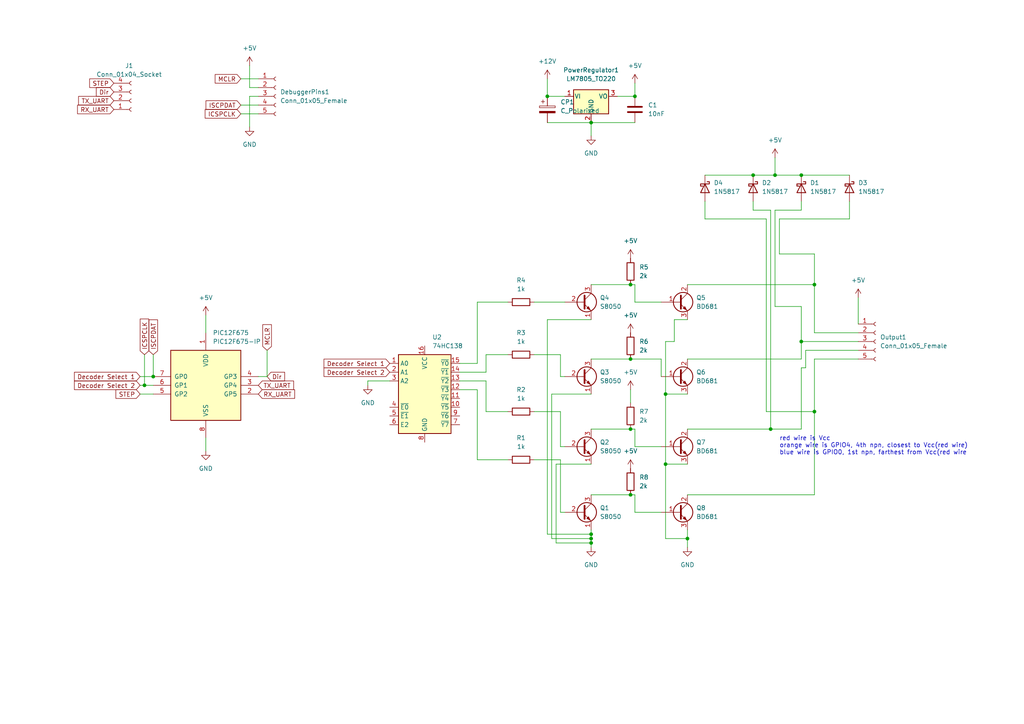
<source format=kicad_sch>
(kicad_sch (version 20230121) (generator eeschema)
  (paper "A4")
  (lib_symbols
    (symbol "74xx:74HC138"
      (property "Reference" "U" (at -7.62 13.97 0))
      (property "Value" "74HC138" (at 2.54 -11.43 0))
      (symbol "74HC138_0_1"
        (rectangle (start -7.62 12.7) (end 7.62 -10.16) (stroke (width 0.254)) (fill (type background)))
      )
      (symbol "74HC138_1_1"
        (pin input line (at -10.16 10.16 0) (length 2.54) (name "A0") (number "1"))
        (pin output line (at 10.16 -2.54 180) (length 2.54) (name "~{Y5}") (number "10"))
        (pin output line (at 10.16 0 180) (length 2.54) (name "~{Y4}") (number "11"))
        (pin output line (at 10.16 2.54 180) (length 2.54) (name "~{Y3}") (number "12"))
        (pin output line (at 10.16 5.08 180) (length 2.54) (name "~{Y2}") (number "13"))
        (pin output line (at 10.16 7.62 180) (length 2.54) (name "~{Y1}") (number "14"))
        (pin output line (at 10.16 10.16 180) (length 2.54) (name "~{Y0}") (number "15"))
        (pin power_in line (at 0 15.24 270) (length 2.54) (name "VCC") (number "16"))
        (pin input line (at -10.16 7.62 0) (length 2.54) (name "A1") (number "2"))
        (pin input line (at -10.16 5.08 0) (length 2.54) (name "A2") (number "3"))
        (pin input line (at -10.16 -2.54 0) (length 2.54) (name "~{E0}") (number "4"))
        (pin input line (at -10.16 -5.08 0) (length 2.54) (name "~{E1}") (number "5"))
        (pin input line (at -10.16 -7.62 0) (length 2.54) (name "E2") (number "6"))
        (pin output line (at 10.16 -7.62 180) (length 2.54) (name "~{Y7}") (number "7"))
        (pin power_in line (at 0 -12.7 90) (length 2.54) (name "GND") (number "8"))
        (pin output line (at 10.16 -5.08 180) (length 2.54) (name "~{Y6}") (number "9"))
      )
    )
    (symbol "Connector:Conn_01x04_Socket" (pin_names (offset 1.016) hide)
      (property "Reference" "J" (at 0 5.08 0))
      (property "Value" "Conn_01x04_Socket" (at 0 -7.62 0))
      (symbol "Conn_01x04_Socket_1_1"
        (arc (start 0 -4.572) (mid -0.5058 -5.08) (end 0 -5.588) (stroke (width 0.1524)))
        (arc (start 0 -2.032) (mid -0.5058 -2.54) (end 0 -3.048) (stroke (width 0.1524)))
        (polyline (pts (xy -1.27 -5.08) (xy -0.508 -5.08)) (stroke (width 0.1524)))
        (polyline (pts (xy -1.27 -2.54) (xy -0.508 -2.54)) (stroke (width 0.1524)))
        (polyline (pts (xy -1.27 0) (xy -0.508 0)) (stroke (width 0.1524)))
        (polyline (pts (xy -1.27 2.54) (xy -0.508 2.54)) (stroke (width 0.1524)))
        (arc (start 0 0.508) (mid -0.5058 0) (end 0 -0.508) (stroke (width 0.1524)))
        (arc (start 0 3.048) (mid -0.5058 2.54) (end 0 2.032) (stroke (width 0.1524)))
        (pin passive line (at -5.08 2.54 0) (length 3.81) (name "Pin_1") (number "1"))
        (pin passive line (at -5.08 0 0) (length 3.81) (name "Pin_2") (number "2"))
        (pin passive line (at -5.08 -2.54 0) (length 3.81) (name "Pin_3") (number "3"))
        (pin passive line (at -5.08 -5.08 0) (length 3.81) (name "Pin_4") (number "4"))
      )
    )
    (symbol "Connector:Conn_01x05_Female" (pin_names (offset 1.016) hide)
      (property "Reference" "J" (at 0 7.62 0))
      (property "Value" "Conn_01x05_Female" (at 0 -7.62 0))
      (symbol "Conn_01x05_Female_1_1"
        (arc (start 0 -4.572) (mid -0.5058 -5.08) (end 0 -5.588) (stroke (width 0.1524)))
        (arc (start 0 -2.032) (mid -0.5058 -2.54) (end 0 -3.048) (stroke (width 0.1524)))
        (polyline (pts (xy -1.27 -5.08) (xy -0.508 -5.08)) (stroke (width 0.1524)))
        (polyline (pts (xy -1.27 -2.54) (xy -0.508 -2.54)) (stroke (width 0.1524)))
        (polyline (pts (xy -1.27 0) (xy -0.508 0)) (stroke (width 0.1524)))
        (polyline (pts (xy -1.27 2.54) (xy -0.508 2.54)) (stroke (width 0.1524)))
        (polyline (pts (xy -1.27 5.08) (xy -0.508 5.08)) (stroke (width 0.1524)))
        (arc (start 0 0.508) (mid -0.5058 0) (end 0 -0.508) (stroke (width 0.1524)))
        (arc (start 0 3.048) (mid -0.5058 2.54) (end 0 2.032) (stroke (width 0.1524)))
        (arc (start 0 5.588) (mid -0.5058 5.08) (end 0 4.572) (stroke (width 0.1524)))
        (pin passive line (at -5.08 5.08 0) (length 3.81) (name "Pin_1") (number "1"))
        (pin passive line (at -5.08 2.54 0) (length 3.81) (name "Pin_2") (number "2"))
        (pin passive line (at -5.08 0 0) (length 3.81) (name "Pin_3") (number "3"))
        (pin passive line (at -5.08 -2.54 0) (length 3.81) (name "Pin_4") (number "4"))
        (pin passive line (at -5.08 -5.08 0) (length 3.81) (name "Pin_5") (number "5"))
      )
    )
    (symbol "Device:C" (pin_numbers hide) (pin_names (offset 0.254))
      (property "Reference" "C" (at 0.635 2.54 0))
      (property "Value" "C" (at 0.635 -2.54 0))
      (symbol "C_0_1"
        (polyline (pts (xy -2.032 -0.762) (xy 2.032 -0.762)) (stroke (width 0.508)))
        (polyline (pts (xy -2.032 0.762) (xy 2.032 0.762)) (stroke (width 0.508)))
      )
      (symbol "C_1_1"
        (pin passive line (at 0 3.81 270) (length 2.794) (name "~") (number "1"))
        (pin passive line (at 0 -3.81 90) (length 2.794) (name "~") (number "2"))
      )
    )
    (symbol "Device:C_Polarized" (pin_numbers hide) (pin_names (offset 0.254))
      (property "Reference" "C" (at 0.635 2.54 0))
      (property "Value" "C_Polarized" (at 0.635 -2.54 0))
      (symbol "C_Polarized_0_1"
        (rectangle (start -2.286 0.508) (end 2.286 1.016))
        (polyline (pts (xy -1.778 2.286) (xy -0.762 2.286)))
        (polyline (pts (xy -1.27 2.794) (xy -1.27 1.778)))
        (rectangle (start 2.286 -0.508) (end -2.286 -1.016) (fill (type outline)))
      )
      (symbol "C_Polarized_1_1"
        (pin passive line (at 0 3.81 270) (length 2.794) (name "~") (number "1"))
        (pin passive line (at 0 -3.81 90) (length 2.794) (name "~") (number "2"))
      )
    )
    (symbol "Device:Q_NPN_BCE" (pin_names (offset 0) hide)
      (property "Reference" "Q" (at 5.08 1.27 0))
      (property "Value" "Q_NPN_BCE" (at 5.08 -1.27 0))
      (symbol "Q_NPN_BCE_0_1"
        (polyline (pts (xy 0.635 0.635) (xy 2.54 2.54)))
        (polyline (pts (xy 0.635 -0.635) (xy 2.54 -2.54) (xy 2.54 -2.54)))
        (polyline (pts (xy 0.635 1.905) (xy 0.635 -1.905) (xy 0.635 -1.905)) (stroke (width 0.508)))
        (polyline (pts (xy 1.27 -1.778) (xy 1.778 -1.27) (xy 2.286 -2.286) (xy 1.27 -1.778) (xy 1.27 -1.778)) (fill (type outline)))
        (circle (center 1.27 0) (radius 2.8194) (stroke (width 0.254)))
      )
      (symbol "Q_NPN_BCE_1_1"
        (pin input line (at -5.08 0 0) (length 5.715) (name "B") (number "1"))
        (pin passive line (at 2.54 5.08 270) (length 2.54) (name "C") (number "2"))
        (pin passive line (at 2.54 -5.08 90) (length 2.54) (name "E") (number "3"))
      )
    )
    (symbol "Device:R" (pin_numbers hide) (pin_names (offset 0))
      (property "Reference" "R" (at 2.032 0 90))
      (property "Value" "R" (at 0 0 90))
      (symbol "R_0_1"
        (rectangle (start -1.016 -2.54) (end 1.016 2.54) (stroke (width 0.254)))
      )
      (symbol "R_1_1"
        (pin passive line (at 0 3.81 270) (length 1.27) (name "~") (number "1"))
        (pin passive line (at 0 -3.81 90) (length 1.27) (name "~") (number "2"))
      )
    )
    (symbol "Diode:1N5817" (pin_numbers hide) (pin_names (offset 1.016) hide)
      (property "Reference" "D" (at 0 2.54 0))
      (property "Value" "1N5817" (at 0 -2.54 0))
      (symbol "1N5817_0_1"
        (polyline (pts (xy 1.27 0) (xy -1.27 0)))
        (polyline (pts (xy 1.27 1.27) (xy 1.27 -1.27) (xy -1.27 0) (xy 1.27 1.27)) (stroke (width 0.254)))
        (polyline (pts (xy -1.905 0.635) (xy -1.905 1.27) (xy -1.27 1.27) (xy -1.27 -1.27) (xy -0.635 -1.27) (xy -0.635 -0.635)) (stroke (width 0.254)))
      )
      (symbol "1N5817_1_1"
        (pin passive line (at -3.81 0 0) (length 2.54) (name "K") (number "1"))
        (pin passive line (at 3.81 0 180) (length 2.54) (name "A") (number "2"))
      )
    )
    (symbol "MCU_Microchip_PIC12:PIC12F675-IP" (pin_names (offset 1.016))
      (property "Reference" "U" (at 1.27 13.97 0))
      (property "Value" "PIC12F675-IP" (at 1.27 11.43 0))
      (symbol "PIC12F675-IP_0_1"
        (rectangle (start 10.16 -10.16) (end -10.16 10.16) (stroke (width 0.254)) (fill (type background)))
      )
      (symbol "PIC12F675-IP_1_1"
        (pin power_in line (at 0 15.24 270) (length 5.08) (name "VDD") (number "1"))
        (pin bidirectional line (at 15.24 -2.54 180) (length 5.08) (name "GP5") (number "2"))
        (pin bidirectional line (at 15.24 0 180) (length 5.08) (name "GP4") (number "3"))
        (pin input line (at 15.24 2.54 180) (length 5.08) (name "GP3") (number "4"))
        (pin bidirectional line (at -15.24 -2.54 0) (length 5.08) (name "GP2") (number "5"))
        (pin bidirectional line (at -15.24 0 0) (length 5.08) (name "GP1") (number "6"))
        (pin bidirectional line (at -15.24 2.54 0) (length 5.08) (name "GP0") (number "7"))
        (pin power_in line (at 0 -15.24 90) (length 5.08) (name "VSS") (number "8"))
      )
    )
    (symbol "Regulator_Linear:LM7805_TO220" (pin_names (offset 0.254))
      (property "Reference" "U" (at -3.81 3.175 0))
      (property "Value" "LM7805_TO220" (at 0 3.175 0))
      (symbol "LM7805_TO220_0_1"
        (rectangle (start -5.08 1.905) (end 5.08 -5.08) (stroke (width 0.254)) (fill (type background)))
      )
      (symbol "LM7805_TO220_1_1"
        (pin power_in line (at -7.62 0 0) (length 2.54) (name "VI") (number "1"))
        (pin power_in line (at 0 -7.62 90) (length 2.54) (name "GND") (number "2"))
        (pin power_out line (at 7.62 0 180) (length 2.54) (name "VO") (number "3"))
      )
    )
    (symbol "Transistor_BJT:S8050" (pin_names (offset 0) hide)
      (property "Reference" "Q" (at 5.08 1.905 0))
      (property "Value" "S8050" (at 5.08 0 0))
      (symbol "S8050_0_1"
        (polyline (pts (xy 0 0) (xy 0.635 0)))
        (polyline (pts (xy 0.635 0.635) (xy 2.54 2.54)))
        (polyline (pts (xy 0.635 -0.635) (xy 2.54 -2.54) (xy 2.54 -2.54)))
        (polyline (pts (xy 0.635 1.905) (xy 0.635 -1.905) (xy 0.635 -1.905)) (stroke (width 0.508)))
        (polyline (pts (xy 1.27 -1.778) (xy 1.778 -1.27) (xy 2.286 -2.286) (xy 1.27 -1.778) (xy 1.27 -1.778)) (fill (type outline)))
        (circle (center 1.27 0) (radius 2.8194) (stroke (width 0.254)))
      )
      (symbol "S8050_1_1"
        (pin passive line (at 2.54 -5.08 90) (length 2.54) (name "E") (number "1"))
        (pin input line (at -5.08 0 0) (length 5.08) (name "B") (number "2"))
        (pin passive line (at 2.54 5.08 270) (length 2.54) (name "C") (number "3"))
      )
    )
    (symbol "power:+12V" (power) (pin_names (offset 0))
      (property "Value" "+12V" (at 0 3.556 0))
      (symbol "+12V_0_1"
        (polyline (pts (xy -0.762 1.27) (xy 0 2.54)))
        (polyline (pts (xy 0 0) (xy 0 2.54)))
        (polyline (pts (xy 0 2.54) (xy 0.762 1.27)))
      )
      (symbol "+12V_1_1"
        (pin power_in line (at 0 0 90) (length 0) hide (name "+12V") (number "1"))
      )
    )
    (symbol "power:+5V" (power) (pin_names (offset 0))
      (property "Value" "+5V" (at 0 3.556 0))
      (symbol "+5V_0_1"
        (polyline (pts (xy -0.762 1.27) (xy 0 2.54)))
        (polyline (pts (xy 0 0) (xy 0 2.54)))
        (polyline (pts (xy 0 2.54) (xy 0.762 1.27)))
      )
      (symbol "+5V_1_1"
        (pin power_in line (at 0 0 90) (length 0) hide (name "+5V") (number "1"))
      )
    )
    (symbol "power:GND" (power) (pin_names (offset 0))
      (property "Value" "GND" (at 0 -3.81 0))
      (symbol "GND_0_1"
        (polyline (pts (xy 0 0) (xy 0 -1.27) (xy 1.27 -1.27) (xy 0 -2.54) (xy -1.27 -1.27) (xy 0 -1.27)))
      )
      (symbol "GND_1_1"
        (pin power_in line (at 0 0 270) (length 0) hide (name "GND") (number "1"))
      )
    )
  )
  (junction (at 184.15 27.94))
  (junction (at 171.45 35.56))
  (junction (at 171.45 154.94))
  (junction (at 193.04 134.62))
  (junction (at 232.41 99.06))
  (junction (at 224.79 50.8))
  (junction (at 171.45 157.48))
  (junction (at 158.75 27.94))
  (junction (at 232.41 50.8))
  (junction (at 236.22 82.55))
  (junction (at 199.39 156.21))
  (junction (at 218.44 50.8))
  (junction (at 182.88 82.55))
  (junction (at 41.91 111.76))
  (junction (at 223.52 124.46))
  (junction (at 193.04 114.3))
  (junction (at 44.45 109.22))
  (junction (at 182.88 143.51))
  (junction (at 182.88 104.14))
  (junction (at 171.45 156.21))
  (junction (at 236.22 119.38))
  (junction (at 182.88 124.46))
  (wire (pts (xy 140.97 102.87) (xy 140.97 107.95)))
  (wire (pts (xy 138.43 113.03) (xy 138.43 133.35)))
  (wire (pts (xy 236.22 119.38) (xy 236.22 143.51)))
  (wire (pts (xy 72.39 36.83) (xy 72.39 27.94)))
  (wire (pts (xy 44.45 102.87) (xy 44.45 109.22)))
  (wire (pts (xy 40.64 111.76) (xy 41.91 111.76)))
  (wire (pts (xy 193.04 114.3) (xy 193.04 134.62)))
  (wire (pts (xy 158.75 27.94) (xy 163.83 27.94)))
  (wire (pts (xy 199.39 124.46) (xy 223.52 124.46)))
  (wire (pts (xy 224.79 88.9) (xy 232.41 88.9)))
  (wire (pts (xy 193.04 156.21) (xy 199.39 156.21)))
  (wire (pts (xy 232.41 99.06) (xy 232.41 88.9)))
  (wire (pts (xy 246.38 58.42) (xy 246.38 63.5)))
  (wire (pts (xy 106.68 111.76) (xy 106.68 110.49)))
  (wire (pts (xy 40.64 109.22) (xy 44.45 109.22)))
  (wire (pts (xy 182.88 82.55) (xy 171.45 82.55)))
  (wire (pts (xy 72.39 27.94) (xy 74.93 27.94)))
  (wire (pts (xy 236.22 82.55) (xy 236.22 96.52)))
  (wire (pts (xy 204.47 50.8) (xy 218.44 50.8)))
  (wire (pts (xy 161.29 134.62) (xy 161.29 157.48)))
  (wire (pts (xy 162.56 119.38) (xy 154.94 119.38)))
  (wire (pts (xy 236.22 96.52) (xy 248.92 96.52)))
  (wire (pts (xy 158.75 92.71) (xy 158.75 154.94)))
  (wire (pts (xy 171.45 156.21) (xy 171.45 157.48)))
  (wire (pts (xy 162.56 109.22) (xy 163.83 109.22)))
  (wire (pts (xy 140.97 110.49) (xy 140.97 119.38)))
  (wire (pts (xy 182.88 124.46) (xy 184.15 124.46)))
  (wire (pts (xy 233.68 106.68) (xy 233.68 101.6)))
  (wire (pts (xy 171.45 92.71) (xy 158.75 92.71)))
  (wire (pts (xy 162.56 109.22) (xy 162.56 102.87)))
  (wire (pts (xy 232.41 58.42) (xy 232.41 60.96)))
  (wire (pts (xy 184.15 82.55) (xy 182.88 82.55)))
  (wire (pts (xy 171.45 134.62) (xy 161.29 134.62)))
  (wire (pts (xy 162.56 129.54) (xy 162.56 119.38)))
  (wire (pts (xy 184.15 148.59) (xy 191.77 148.59)))
  (wire (pts (xy 193.04 99.06) (xy 195.58 99.06)))
  (wire (pts (xy 59.69 91.44) (xy 59.69 96.52)))
  (wire (pts (xy 248.92 86.36) (xy 248.92 93.98)))
  (wire (pts (xy 191.77 104.14) (xy 191.77 109.22)))
  (wire (pts (xy 69.85 22.86) (xy 74.93 22.86)))
  (wire (pts (xy 184.15 27.94) (xy 179.07 27.94)))
  (wire (pts (xy 199.39 143.51) (xy 236.22 143.51)))
  (wire (pts (xy 133.35 110.49) (xy 140.97 110.49)))
  (wire (pts (xy 171.45 35.56) (xy 171.45 39.37)))
  (wire (pts (xy 236.22 73.66) (xy 236.22 82.55)))
  (wire (pts (xy 232.41 60.96) (xy 224.79 60.96)))
  (wire (pts (xy 106.68 110.49) (xy 113.03 110.49)))
  (wire (pts (xy 184.15 143.51) (xy 184.15 148.59)))
  (wire (pts (xy 171.45 114.3) (xy 160.02 114.3)))
  (wire (pts (xy 222.25 119.38) (xy 236.22 119.38)))
  (wire (pts (xy 193.04 134.62) (xy 193.04 156.21)))
  (wire (pts (xy 41.91 102.87) (xy 41.91 111.76)))
  (wire (pts (xy 232.41 124.46) (xy 232.41 106.68)))
  (wire (pts (xy 162.56 129.54) (xy 163.83 129.54)))
  (wire (pts (xy 195.58 92.71) (xy 199.39 92.71)))
  (wire (pts (xy 184.15 129.54) (xy 191.77 129.54)))
  (wire (pts (xy 161.29 157.48) (xy 171.45 157.48)))
  (wire (pts (xy 226.06 73.66) (xy 236.22 73.66)))
  (wire (pts (xy 147.32 102.87) (xy 140.97 102.87)))
  (wire (pts (xy 204.47 58.42) (xy 204.47 63.5)))
  (wire (pts (xy 195.58 99.06) (xy 195.58 92.71)))
  (wire (pts (xy 41.91 111.76) (xy 44.45 111.76)))
  (wire (pts (xy 138.43 105.41) (xy 138.43 87.63)))
  (wire (pts (xy 218.44 60.96) (xy 223.52 60.96)))
  (wire (pts (xy 233.68 101.6) (xy 248.92 101.6)))
  (wire (pts (xy 218.44 50.8) (xy 224.79 50.8)))
  (wire (pts (xy 226.06 63.5) (xy 226.06 73.66)))
  (wire (pts (xy 171.45 143.51) (xy 182.88 143.51)))
  (wire (pts (xy 77.47 101.6) (xy 77.47 109.22)))
  (wire (pts (xy 224.79 45.72) (xy 224.79 50.8)))
  (wire (pts (xy 160.02 156.21) (xy 171.45 156.21)))
  (wire (pts (xy 138.43 133.35) (xy 147.32 133.35)))
  (wire (pts (xy 154.94 87.63) (xy 163.83 87.63)))
  (wire (pts (xy 69.85 33.02) (xy 74.93 33.02)))
  (wire (pts (xy 171.45 104.14) (xy 182.88 104.14)))
  (wire (pts (xy 193.04 114.3) (xy 193.04 99.06)))
  (wire (pts (xy 72.39 19.05) (xy 72.39 25.4)))
  (wire (pts (xy 138.43 87.63) (xy 147.32 87.63)))
  (wire (pts (xy 184.15 24.13) (xy 184.15 27.94)))
  (wire (pts (xy 199.39 153.67) (xy 199.39 156.21)))
  (wire (pts (xy 204.47 63.5) (xy 222.25 63.5)))
  (wire (pts (xy 182.88 104.14) (xy 191.77 104.14)))
  (wire (pts (xy 133.35 113.03) (xy 138.43 113.03)))
  (wire (pts (xy 171.45 154.94) (xy 171.45 156.21)))
  (wire (pts (xy 218.44 58.42) (xy 218.44 60.96)))
  (wire (pts (xy 184.15 87.63) (xy 191.77 87.63)))
  (wire (pts (xy 158.75 154.94) (xy 171.45 154.94)))
  (wire (pts (xy 236.22 104.14) (xy 236.22 119.38)))
  (wire (pts (xy 199.39 82.55) (xy 236.22 82.55)))
  (wire (pts (xy 162.56 148.59) (xy 163.83 148.59)))
  (wire (pts (xy 224.79 60.96) (xy 224.79 88.9)))
  (wire (pts (xy 223.52 60.96) (xy 223.52 124.46)))
  (wire (pts (xy 232.41 99.06) (xy 248.92 99.06)))
  (wire (pts (xy 140.97 119.38) (xy 147.32 119.38)))
  (wire (pts (xy 199.39 104.14) (xy 232.41 104.14)))
  (wire (pts (xy 72.39 25.4) (xy 74.93 25.4)))
  (wire (pts (xy 222.25 63.5) (xy 222.25 119.38)))
  (wire (pts (xy 162.56 102.87) (xy 154.94 102.87)))
  (wire (pts (xy 40.64 114.3) (xy 44.45 114.3)))
  (wire (pts (xy 171.45 153.67) (xy 171.45 154.94)))
  (wire (pts (xy 184.15 87.63) (xy 184.15 82.55)))
  (wire (pts (xy 193.04 114.3) (xy 199.39 114.3)))
  (wire (pts (xy 158.75 35.56) (xy 171.45 35.56)))
  (wire (pts (xy 158.75 22.86) (xy 158.75 27.94)))
  (wire (pts (xy 140.97 107.95) (xy 133.35 107.95)))
  (wire (pts (xy 223.52 124.46) (xy 232.41 124.46)))
  (wire (pts (xy 232.41 106.68) (xy 233.68 106.68)))
  (wire (pts (xy 199.39 134.62) (xy 193.04 134.62)))
  (wire (pts (xy 199.39 156.21) (xy 199.39 158.75)))
  (wire (pts (xy 171.45 157.48) (xy 171.45 158.75)))
  (wire (pts (xy 232.41 104.14) (xy 232.41 99.06)))
  (wire (pts (xy 162.56 148.59) (xy 162.56 133.35)))
  (wire (pts (xy 162.56 133.35) (xy 154.94 133.35)))
  (wire (pts (xy 59.69 127) (xy 59.69 130.81)))
  (wire (pts (xy 171.45 124.46) (xy 182.88 124.46)))
  (wire (pts (xy 184.15 124.46) (xy 184.15 129.54)))
  (wire (pts (xy 182.88 116.84) (xy 182.88 113.03)))
  (wire (pts (xy 182.88 143.51) (xy 184.15 143.51)))
  (wire (pts (xy 69.85 30.48) (xy 74.93 30.48)))
  (wire (pts (xy 226.06 63.5) (xy 246.38 63.5)))
  (wire (pts (xy 171.45 35.56) (xy 184.15 35.56)))
  (wire (pts (xy 232.41 50.8) (xy 246.38 50.8)))
  (wire (pts (xy 133.35 105.41) (xy 138.43 105.41)))
  (wire (pts (xy 224.79 50.8) (xy 232.41 50.8)))
  (wire (pts (xy 236.22 104.14) (xy 248.92 104.14)))
  (wire (pts (xy 74.93 109.22) (xy 77.47 109.22)))
  (wire (pts (xy 160.02 114.3) (xy 160.02 156.21)))
  (text "red wire is Vcc\norange wire is GPIO4, 4th npn, closest to Vcc(red wire)\nblue wire is GPIO0, 1st npn, farthest from Vcc(red wire" (at 226.06 132.08 0) (effects (font (size 1.27 1.27)) (justify left bottom)))
  (global_label "RX_UART" (shape input) (at 74.93 114.3 0) (property "Intersheetrefs" "${INTERSHEET_REFS}" (effects hide)))
  (global_label "Dir" (shape input) (at 77.47 109.22 0) (property "Intersheetrefs" "${INTERSHEET_REFS}" (effects hide)))
  (global_label "Decoder Select 1" (shape input) (at 113.03 105.41 180) (property "Intersheetrefs" "${INTERSHEET_REFS}" (effects hide)))
  (global_label "Decoder Select 2" (shape input) (at 113.03 107.95 180) (property "Intersheetrefs" "${INTERSHEET_REFS}" (effects hide)))
  (global_label "TX_UART" (shape input) (at 74.93 111.76 0) (property "Intersheetrefs" "${INTERSHEET_REFS}" (effects hide)))
  (global_label "MCLR" (shape input) (at 69.85 22.86 180) (property "Intersheetrefs" "${INTERSHEET_REFS}" (effects hide)))
  (global_label "TX_UART" (shape input) (at 33.02 29.21 180) (property "Intersheetrefs" "${INTERSHEET_REFS}" (effects hide)))
  (global_label "STEP" (shape input) (at 33.02 24.13 180) (property "Intersheetrefs" "${INTERSHEET_REFS}" (effects hide)))
  (global_label "STEP" (shape input) (at 40.64 114.3 180) (property "Intersheetrefs" "${INTERSHEET_REFS}" (effects hide)))
  (global_label "ISCPDAT" (shape input) (at 44.45 102.87 90) (property "Intersheetrefs" "${INTERSHEET_REFS}" (effects hide)))
  (global_label "ICSPCLK" (shape input) (at 41.91 102.87 90) (property "Intersheetrefs" "${INTERSHEET_REFS}" (effects hide)))
  (global_label "Decoder Select 1" (shape input) (at 40.64 109.22 180) (property "Intersheetrefs" "${INTERSHEET_REFS}" (effects hide)))
  (global_label "Decoder Select 2" (shape input) (at 40.64 111.76 180) (property "Intersheetrefs" "${INTERSHEET_REFS}" (effects hide)))
  (global_label "MCLR" (shape input) (at 77.47 101.6 90) (property "Intersheetrefs" "${INTERSHEET_REFS}" (effects hide)))
  (global_label "ISCPDAT" (shape input) (at 69.85 30.48 180) (property "Intersheetrefs" "${INTERSHEET_REFS}" (effects hide)))
  (global_label "ICSPCLK" (shape input) (at 69.85 33.02 180) (property "Intersheetrefs" "${INTERSHEET_REFS}" (effects hide)))
  (global_label "Dir" (shape input) (at 33.02 26.67 180) (property "Intersheetrefs" "${INTERSHEET_REFS}" (effects hide)))
  (global_label "RX_UART" (shape input) (at 33.02 31.75 180) (property "Intersheetrefs" "${INTERSHEET_REFS}" (effects hide)))
  (symbol (lib_id "Connector:Conn_01x05_Female") (at 80.01 27.94 0) (unit 1)
    (property "Reference" "DebuggerPins1" (at 81.28 26.6699 0) (effects (justify left)))
    (property "Value" "Conn_01x05_Female" (at 81.28 29.2099 0) (effects (justify left)))
    (property "Footprint" "Connector_PinHeader_2.54mm:PinHeader_1x05_P2.54mm_Vertical" (effects hide))
  )
  (symbol (lib_id "74xx:74HC138") (at 123.19 115.57 0) (unit 1)
    (property "Reference" "U2" (at 125.3841 97.79 0) (effects (justify left)))
    (property "Value" "74HC138" (at 125.3841 100.33 0) (effects (justify left)))
    (property "Footprint" "Package_DIP:DIP-16_W7.62mm_LongPads" (effects hide))
    (property "Datasheet" "http://www.ti.com/lit/ds/symlink/cd74hc238.pdf" (effects hide))
  )
  (symbol (lib_id "Device:Q_NPN_BCE") (at 196.85 87.63 0) (unit 1)
    (property "Reference" "Q5" (at 201.93 86.36 0) (effects (justify left)))
    (property "Value" "BD681" (at 201.93 88.9 0) (effects (justify left)))
    (property "Footprint" "Package_TO_SOT_THT:TO-126-3_Vertical" (effects hide))
  )
  (symbol (lib_id "power:+12V") (at 158.75 22.86 0) (unit 1)
    (property "Reference" "#PWR0107" (effects hide))
    (property "Value" "+12V" (at 158.75 17.78 0))
  )
  (symbol (lib_id "Regulator_Linear:LM7805_TO220") (at 171.45 27.94 0) (unit 1)
    (property "Reference" "PowerRegulator1" (at 171.45 20.32 0))
    (property "Value" "LM7805_TO220" (at 171.45 22.86 0))
    (property "Footprint" "Package_TO_SOT_THT:TO-220-3_Vertical" (effects hide))
    (property "Datasheet" "https://www.onsemi.cn/PowerSolutions/document/MC7800-D.PDF" (effects hide))
  )
  (symbol (lib_id "power:GND") (at 171.45 158.75 0) (unit 1)
    (property "Reference" "#PWR0101" (effects hide))
    (property "Value" "GND" (at 171.45 163.83 0))
  )
  (symbol (lib_id "Device:Q_NPN_BCE") (at 196.85 148.59 0) (unit 1)
    (property "Reference" "Q8" (at 201.93 147.32 0) (effects (justify left)))
    (property "Value" "BD681" (at 201.93 149.86 0) (effects (justify left)))
    (property "Footprint" "Package_TO_SOT_THT:TO-126-3_Vertical" (effects hide))
  )
  (symbol (lib_id "Device:R") (at 182.88 78.74 180) (unit 1)
    (property "Reference" "R5" (at 185.42 77.47 0) (effects (justify right)))
    (property "Value" "2k" (at 185.42 80.01 0) (effects (justify right)))
    (property "Footprint" "Resistor_THT:R_Axial_DIN0207_L6.3mm_D2.5mm_P10.16mm_Horizontal" (effects hide))
  )
  (symbol (lib_id "Diode:1N5817") (at 232.41 54.61 270) (unit 1)
    (property "Reference" "D1" (at 234.95 53.0225 90) (effects (justify left)))
    (property "Value" "1N5817" (at 234.95 55.5625 90) (effects (justify left)))
    (property "Footprint" "Diode_THT:D_DO-34_SOD68_P7.62mm_Horizontal" (effects hide))
    (property "Datasheet" "http://www.vishay.com/docs/88525/1n5817.pdf" (effects hide))
  )
  (symbol (lib_id "Device:R") (at 151.13 102.87 90) (unit 1)
    (property "Reference" "R3" (at 151.13 96.52 90))
    (property "Value" "1k" (at 151.13 99.06 90))
    (property "Footprint" "Resistor_THT:R_Axial_DIN0207_L6.3mm_D2.5mm_P7.62mm_Horizontal" (effects hide))
  )
  (symbol (lib_id "power:GND") (at 59.69 130.81 0) (unit 1)
    (property "Reference" "#PWR0102" (effects hide))
    (property "Value" "GND" (at 59.69 135.89 0))
  )
  (symbol (lib_id "power:+5V") (at 72.39 19.05 0) (unit 1)
    (property "Reference" "#PWR0114" (effects hide))
    (property "Value" "+5V" (at 72.39 13.97 0))
  )
  (symbol (lib_id "Transistor_BJT:S8050") (at 168.91 148.59 0) (unit 1)
    (property "Reference" "Q1" (at 173.99 147.3199 0) (effects (justify left)))
    (property "Value" "S8050" (at 173.99 149.8599 0) (effects (justify left)))
    (property "Footprint" "Package_TO_SOT_THT:TO-92_Inline" (effects hide))
    (property "Datasheet" "http://www.unisonic.com.tw/datasheet/S8050.pdf" (effects hide))
  )
  (symbol (lib_id "power:GND") (at 106.68 111.76 0) (unit 1)
    (property "Reference" "#PWR01" (effects hide))
    (property "Value" "GND" (at 106.68 116.84 0))
  )
  (symbol (lib_id "Transistor_BJT:S8050") (at 168.91 87.63 0) (unit 1)
    (property "Reference" "Q4" (at 173.99 86.3599 0) (effects (justify left)))
    (property "Value" "S8050" (at 173.99 88.8999 0) (effects (justify left)))
    (property "Footprint" "Package_TO_SOT_THT:TO-92_Inline" (effects hide))
    (property "Datasheet" "http://www.unisonic.com.tw/datasheet/S8050.pdf" (effects hide))
  )
  (symbol (lib_id "Device:R") (at 182.88 139.7 180) (unit 1)
    (property "Reference" "R8" (at 185.42 138.43 0) (effects (justify right)))
    (property "Value" "2k" (at 185.42 140.97 0) (effects (justify right)))
    (property "Footprint" "Resistor_THT:R_Axial_DIN0207_L6.3mm_D2.5mm_P10.16mm_Horizontal" (effects hide))
  )
  (symbol (lib_id "Device:R") (at 182.88 120.65 180) (unit 1)
    (property "Reference" "R7" (at 185.42 119.38 0) (effects (justify right)))
    (property "Value" "2k" (at 185.42 121.92 0) (effects (justify right)))
    (property "Footprint" "Resistor_THT:R_Axial_DIN0207_L6.3mm_D2.5mm_P10.16mm_Horizontal" (effects hide))
  )
  (symbol (lib_id "MCU_Microchip_PIC12:PIC12F675-IP") (at 59.69 111.76 0) (unit 1)
    (property "Reference" "PIC12F675" (at 61.7094 96.52 0) (effects (justify left)))
    (property "Value" "PIC12F675-IP" (at 61.7094 99.06 0) (effects (justify left)))
    (property "Footprint" "Package_DIP:DIP-8_W7.62mm" (effects hide))
    (property "Datasheet" "http://ww1.microchip.com/downloads/en/DeviceDoc/41190G.pdf" (effects hide))
  )
  (symbol (lib_id "power:GND") (at 199.39 158.75 0) (unit 1)
    (property "Reference" "#PWR02" (effects hide))
    (property "Value" "GND" (at 199.39 163.83 0))
  )
  (symbol (lib_id "Device:C") (at 184.15 31.75 180) (unit 1)
    (property "Reference" "C1" (at 187.96 30.4799 0) (effects (justify right)))
    (property "Value" "10nF" (at 187.96 33.0199 0) (effects (justify right)))
    (property "Footprint" "Capacitor_THT:C_Disc_D3.0mm_W2.0mm_P2.50mm" (effects hide))
  )
  (symbol (lib_id "Device:R") (at 151.13 87.63 90) (unit 1)
    (property "Reference" "R4" (at 151.13 81.28 90))
    (property "Value" "1k" (at 151.13 83.82 90))
    (property "Footprint" "Resistor_THT:R_Axial_DIN0207_L6.3mm_D2.5mm_P7.62mm_Horizontal" (effects hide))
  )
  (symbol (lib_id "Diode:1N5817") (at 204.47 54.61 270) (unit 1)
    (property "Reference" "D4" (at 207.01 53.0225 90) (effects (justify left)))
    (property "Value" "1N5817" (at 207.01 55.5625 90) (effects (justify left)))
    (property "Footprint" "Diode_THT:D_DO-34_SOD68_P7.62mm_Horizontal" (effects hide))
    (property "Datasheet" "http://www.vishay.com/docs/88525/1n5817.pdf" (effects hide))
  )
  (symbol (lib_id "Device:Q_NPN_BCE") (at 196.85 129.54 0) (unit 1)
    (property "Reference" "Q7" (at 201.93 128.27 0) (effects (justify left)))
    (property "Value" "BD681" (at 201.93 130.81 0) (effects (justify left)))
    (property "Footprint" "Package_TO_SOT_THT:TO-126-3_Vertical" (effects hide))
  )
  (symbol (lib_id "power:+5V") (at 182.88 74.93 0) (unit 1)
    (property "Reference" "#PWR03" (effects hide))
    (property "Value" "+5V" (at 182.88 69.85 0))
  )
  (symbol (lib_id "power:+5V") (at 248.92 86.36 0) (unit 1)
    (property "Reference" "#PWR0110" (effects hide))
    (property "Value" "+5V" (at 248.92 81.28 0))
  )
  (symbol (lib_id "Transistor_BJT:S8050") (at 168.91 109.22 0) (unit 1)
    (property "Reference" "Q3" (at 173.99 107.9499 0) (effects (justify left)))
    (property "Value" "S8050" (at 173.99 110.4899 0) (effects (justify left)))
    (property "Footprint" "Package_TO_SOT_THT:TO-92_Inline" (effects hide))
    (property "Datasheet" "http://www.unisonic.com.tw/datasheet/S8050.pdf" (effects hide))
  )
  (symbol (lib_id "Device:Q_NPN_BCE") (at 196.85 109.22 0) (unit 1)
    (property "Reference" "Q6" (at 201.93 107.95 0) (effects (justify left)))
    (property "Value" "BD681" (at 201.93 110.49 0) (effects (justify left)))
    (property "Footprint" "Package_TO_SOT_THT:TO-126-3_Vertical" (effects hide))
  )
  (symbol (lib_id "power:+5V") (at 182.88 113.03 0) (unit 1)
    (property "Reference" "#PWR05" (effects hide))
    (property "Value" "+5V" (at 182.88 107.95 0))
  )
  (symbol (lib_id "Diode:1N5817") (at 246.38 54.61 270) (unit 1)
    (property "Reference" "D3" (at 248.92 53.0225 90) (effects (justify left)))
    (property "Value" "1N5817" (at 248.92 55.5625 90) (effects (justify left)))
    (property "Footprint" "Diode_THT:D_DO-34_SOD68_P7.62mm_Horizontal" (effects hide))
    (property "Datasheet" "http://www.vishay.com/docs/88525/1n5817.pdf" (effects hide))
  )
  (symbol (lib_id "Device:R") (at 182.88 100.33 180) (unit 1)
    (property "Reference" "R6" (at 185.42 99.06 0) (effects (justify right)))
    (property "Value" "2k" (at 185.42 101.6 0) (effects (justify right)))
    (property "Footprint" "Resistor_THT:R_Axial_DIN0207_L6.3mm_D2.5mm_P10.16mm_Horizontal" (effects hide))
  )
  (symbol (lib_id "Transistor_BJT:S8050") (at 168.91 129.54 0) (unit 1)
    (property "Reference" "Q2" (at 173.99 128.2699 0) (effects (justify left)))
    (property "Value" "S8050" (at 173.99 130.8099 0) (effects (justify left)))
    (property "Footprint" "Package_TO_SOT_THT:TO-92_Inline" (effects hide))
    (property "Datasheet" "http://www.unisonic.com.tw/datasheet/S8050.pdf" (effects hide))
  )
  (symbol (lib_id "Device:C_Polarized") (at 158.75 31.75 0) (unit 1)
    (property "Reference" "CP1" (at 162.56 29.5909 0) (effects (justify left)))
    (property "Value" "C_Polarized" (at 162.56 32.1309 0) (effects (justify left)))
    (property "Footprint" "Capacitor_THT:CP_Radial_D5.0mm_P2.50mm" (effects hide))
  )
  (symbol (lib_id "Device:R") (at 151.13 119.38 90) (unit 1)
    (property "Reference" "R2" (at 151.13 113.03 90))
    (property "Value" "1k" (at 151.13 115.57 90))
    (property "Footprint" "Resistor_THT:R_Axial_DIN0207_L6.3mm_D2.5mm_P7.62mm_Horizontal" (effects hide))
  )
  (symbol (lib_id "Connector:Conn_01x04_Socket") (at 38.1 29.21 0) (mirror x) (unit 1)
    (property "Reference" "J1" (at 37.465 19.05 0))
    (property "Value" "Conn_01x04_Socket" (at 37.465 21.59 0))
    (property "Footprint" "Connector_PinSocket_2.54mm:PinSocket_1x04_P2.54mm_Vertical" (effects hide))
  )
  (symbol (lib_id "power:+5V") (at 182.88 96.52 0) (unit 1)
    (property "Reference" "#PWR04" (effects hide))
    (property "Value" "+5V" (at 182.88 91.44 0))
  )
  (symbol (lib_id "power:GND") (at 72.39 36.83 0) (unit 1)
    (property "Reference" "#PWR0115" (effects hide))
    (property "Value" "GND" (at 72.39 41.91 0))
  )
  (symbol (lib_id "Diode:1N5817") (at 218.44 54.61 270) (unit 1)
    (property "Reference" "D2" (at 220.98 53.0225 90) (effects (justify left)))
    (property "Value" "1N5817" (at 220.98 55.5625 90) (effects (justify left)))
    (property "Footprint" "Diode_THT:D_DO-34_SOD68_P7.62mm_Horizontal" (effects hide))
    (property "Datasheet" "http://www.vishay.com/docs/88525/1n5817.pdf" (effects hide))
  )
  (symbol (lib_id "power:+5V") (at 182.88 135.89 0) (unit 1)
    (property "Reference" "#PWR06" (effects hide))
    (property "Value" "+5V" (at 182.88 130.81 0))
  )
  (symbol (lib_id "power:+5V") (at 184.15 24.13 0) (unit 1)
    (property "Reference" "#PWR0112" (effects hide))
    (property "Value" "+5V" (at 184.15 19.05 0))
  )
  (symbol (lib_id "Device:R") (at 151.13 133.35 90) (unit 1)
    (property "Reference" "R1" (at 151.13 127 90))
    (property "Value" "1k" (at 151.13 129.54 90))
    (property "Footprint" "Resistor_THT:R_Axial_DIN0207_L6.3mm_D2.5mm_P7.62mm_Horizontal" (effects hide))
  )
  (symbol (lib_id "power:GND") (at 171.45 39.37 0) (unit 1)
    (property "Reference" "#PWR0113" (effects hide))
    (property "Value" "GND" (at 171.45 44.45 0))
  )
  (symbol (lib_id "power:+5V") (at 224.79 45.72 0) (unit 1)
    (property "Reference" "#PWR0109" (effects hide))
    (property "Value" "+5V" (at 224.79 40.64 0))
  )
  (symbol (lib_id "Connector:Conn_01x05_Female") (at 254 99.06 0) (unit 1)
    (property "Reference" "Output1" (at 255.27 97.7899 0) (effects (justify left)))
    (property "Value" "Conn_01x05_Female" (at 255.27 100.3299 0) (effects (justify left)))
    (property "Footprint" "Connector_PinHeader_2.54mm:PinHeader_1x05_P2.54mm_Vertical" (effects hide))
  )
  (symbol (lib_id "power:+5V") (at 59.69 91.44 0) (unit 1)
    (property "Reference" "#PWR0103" (effects hide))
    (property "Value" "+5V" (at 59.69 86.36 0))
  )
)
</source>
